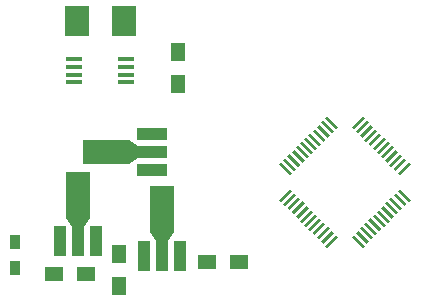
<source format=gtp>
G04 #@! TF.GenerationSoftware,KiCad,Pcbnew,(5.1.10-1-10_14)*
G04 #@! TF.CreationDate,2022-02-17T23:12:15-06:00*
G04 #@! TF.ProjectId,OpenEstim++,4f70656e-4573-4746-996d-2b2b2e6b6963,rev?*
G04 #@! TF.SameCoordinates,Original*
G04 #@! TF.FileFunction,Paste,Top*
G04 #@! TF.FilePolarity,Positive*
%FSLAX46Y46*%
G04 Gerber Fmt 4.6, Leading zero omitted, Abs format (unit mm)*
G04 Created by KiCad (PCBNEW (5.1.10-1-10_14)) date 2022-02-17 23:12:15*
%MOMM*%
%LPD*%
G01*
G04 APERTURE LIST*
%ADD10R,1.500000X1.300000*%
%ADD11R,1.450000X0.450000*%
%ADD12R,1.300000X1.500000*%
%ADD13R,0.900000X1.200000*%
%ADD14R,2.000000X2.500000*%
%ADD15R,1.000000X2.500000*%
%ADD16R,2.000000X4.000000*%
%ADD17C,0.100000*%
%ADD18R,2.500000X1.000000*%
%ADD19R,4.000000X2.000000*%
G04 APERTURE END LIST*
D10*
X61050000Y-53650000D03*
X58350000Y-53650000D03*
D11*
X60050000Y-35475000D03*
X60050000Y-36125000D03*
X60050000Y-36775000D03*
X60050000Y-37425000D03*
X64450000Y-37425000D03*
X64450000Y-36775000D03*
X64450000Y-36125000D03*
X64450000Y-35475000D03*
D10*
X73950000Y-52600000D03*
X71250000Y-52600000D03*
D12*
X68850000Y-37550000D03*
X68850000Y-34850000D03*
X63800000Y-54650000D03*
X63800000Y-51950000D03*
D13*
X55050000Y-50950000D03*
X55050000Y-53150000D03*
D14*
X64250000Y-32250000D03*
X60250000Y-32250000D03*
D15*
X65950000Y-52080000D03*
X67450000Y-52080000D03*
X68950000Y-52080000D03*
D16*
X67450000Y-48120000D03*
D17*
G36*
X68450000Y-50095000D02*
G01*
X67950000Y-50845000D01*
X66950000Y-50845000D01*
X66450000Y-50095000D01*
X68450000Y-50095000D01*
G37*
D18*
X66660000Y-44800000D03*
X66660000Y-43300000D03*
X66660000Y-41800000D03*
D19*
X62700000Y-43300000D03*
D17*
G36*
X64675000Y-42300000D02*
G01*
X65425000Y-42800000D01*
X65425000Y-43800000D01*
X64675000Y-44300000D01*
X64675000Y-42300000D01*
G37*
D15*
X58850000Y-50880000D03*
X60350000Y-50880000D03*
X61850000Y-50880000D03*
D16*
X60350000Y-46920000D03*
D17*
G36*
X61350000Y-48895000D02*
G01*
X60850000Y-49645000D01*
X59850000Y-49645000D01*
X59350000Y-48895000D01*
X61350000Y-48895000D01*
G37*
G36*
X81270621Y-40458311D02*
G01*
X81447398Y-40281534D01*
X82366637Y-41200773D01*
X82189860Y-41377550D01*
X81270621Y-40458311D01*
G37*
G36*
X80917068Y-40811864D02*
G01*
X81093845Y-40635087D01*
X82013084Y-41554326D01*
X81836307Y-41731103D01*
X80917068Y-40811864D01*
G37*
G36*
X80563514Y-41165418D02*
G01*
X80740291Y-40988641D01*
X81659530Y-41907880D01*
X81482753Y-42084657D01*
X80563514Y-41165418D01*
G37*
G36*
X80209961Y-41518971D02*
G01*
X80386738Y-41342194D01*
X81305977Y-42261433D01*
X81129200Y-42438210D01*
X80209961Y-41518971D01*
G37*
G36*
X79856408Y-41872524D02*
G01*
X80033185Y-41695747D01*
X80952424Y-42614986D01*
X80775647Y-42791763D01*
X79856408Y-41872524D01*
G37*
G36*
X79502854Y-42226078D02*
G01*
X79679631Y-42049301D01*
X80598870Y-42968540D01*
X80422093Y-43145317D01*
X79502854Y-42226078D01*
G37*
G36*
X79149301Y-42579631D02*
G01*
X79326078Y-42402854D01*
X80245317Y-43322093D01*
X80068540Y-43498870D01*
X79149301Y-42579631D01*
G37*
G36*
X78795747Y-42933185D02*
G01*
X78972524Y-42756408D01*
X79891763Y-43675647D01*
X79714986Y-43852424D01*
X78795747Y-42933185D01*
G37*
G36*
X78442194Y-43286738D02*
G01*
X78618971Y-43109961D01*
X79538210Y-44029200D01*
X79361433Y-44205977D01*
X78442194Y-43286738D01*
G37*
G36*
X78088641Y-43640291D02*
G01*
X78265418Y-43463514D01*
X79184657Y-44382753D01*
X79007880Y-44559530D01*
X78088641Y-43640291D01*
G37*
G36*
X77735087Y-43993845D02*
G01*
X77911864Y-43817068D01*
X78831103Y-44736307D01*
X78654326Y-44913084D01*
X77735087Y-43993845D01*
G37*
G36*
X77381534Y-44347398D02*
G01*
X77558311Y-44170621D01*
X78477550Y-45089860D01*
X78300773Y-45266637D01*
X77381534Y-44347398D01*
G37*
G36*
X77558311Y-47529379D02*
G01*
X77381534Y-47352602D01*
X78300773Y-46433363D01*
X78477550Y-46610140D01*
X77558311Y-47529379D01*
G37*
G36*
X77911864Y-47882932D02*
G01*
X77735087Y-47706155D01*
X78654326Y-46786916D01*
X78831103Y-46963693D01*
X77911864Y-47882932D01*
G37*
G36*
X78265418Y-48236486D02*
G01*
X78088641Y-48059709D01*
X79007880Y-47140470D01*
X79184657Y-47317247D01*
X78265418Y-48236486D01*
G37*
G36*
X78618971Y-48590039D02*
G01*
X78442194Y-48413262D01*
X79361433Y-47494023D01*
X79538210Y-47670800D01*
X78618971Y-48590039D01*
G37*
G36*
X78972524Y-48943592D02*
G01*
X78795747Y-48766815D01*
X79714986Y-47847576D01*
X79891763Y-48024353D01*
X78972524Y-48943592D01*
G37*
G36*
X79326078Y-49297146D02*
G01*
X79149301Y-49120369D01*
X80068540Y-48201130D01*
X80245317Y-48377907D01*
X79326078Y-49297146D01*
G37*
G36*
X79679631Y-49650699D02*
G01*
X79502854Y-49473922D01*
X80422093Y-48554683D01*
X80598870Y-48731460D01*
X79679631Y-49650699D01*
G37*
G36*
X80033185Y-50004253D02*
G01*
X79856408Y-49827476D01*
X80775647Y-48908237D01*
X80952424Y-49085014D01*
X80033185Y-50004253D01*
G37*
G36*
X80386738Y-50357806D02*
G01*
X80209961Y-50181029D01*
X81129200Y-49261790D01*
X81305977Y-49438567D01*
X80386738Y-50357806D01*
G37*
G36*
X80740291Y-50711359D02*
G01*
X80563514Y-50534582D01*
X81482753Y-49615343D01*
X81659530Y-49792120D01*
X80740291Y-50711359D01*
G37*
G36*
X81093845Y-51064913D02*
G01*
X80917068Y-50888136D01*
X81836307Y-49968897D01*
X82013084Y-50145674D01*
X81093845Y-51064913D01*
G37*
G36*
X81447398Y-51418466D02*
G01*
X81270621Y-51241689D01*
X82189860Y-50322450D01*
X82366637Y-50499227D01*
X81447398Y-51418466D01*
G37*
G36*
X83533363Y-50499227D02*
G01*
X83710140Y-50322450D01*
X84629379Y-51241689D01*
X84452602Y-51418466D01*
X83533363Y-50499227D01*
G37*
G36*
X83886916Y-50145674D02*
G01*
X84063693Y-49968897D01*
X84982932Y-50888136D01*
X84806155Y-51064913D01*
X83886916Y-50145674D01*
G37*
G36*
X84240470Y-49792120D02*
G01*
X84417247Y-49615343D01*
X85336486Y-50534582D01*
X85159709Y-50711359D01*
X84240470Y-49792120D01*
G37*
G36*
X84594023Y-49438567D02*
G01*
X84770800Y-49261790D01*
X85690039Y-50181029D01*
X85513262Y-50357806D01*
X84594023Y-49438567D01*
G37*
G36*
X84947576Y-49085014D02*
G01*
X85124353Y-48908237D01*
X86043592Y-49827476D01*
X85866815Y-50004253D01*
X84947576Y-49085014D01*
G37*
G36*
X85301130Y-48731460D02*
G01*
X85477907Y-48554683D01*
X86397146Y-49473922D01*
X86220369Y-49650699D01*
X85301130Y-48731460D01*
G37*
G36*
X85654683Y-48377907D02*
G01*
X85831460Y-48201130D01*
X86750699Y-49120369D01*
X86573922Y-49297146D01*
X85654683Y-48377907D01*
G37*
G36*
X86008237Y-48024353D02*
G01*
X86185014Y-47847576D01*
X87104253Y-48766815D01*
X86927476Y-48943592D01*
X86008237Y-48024353D01*
G37*
G36*
X86361790Y-47670800D02*
G01*
X86538567Y-47494023D01*
X87457806Y-48413262D01*
X87281029Y-48590039D01*
X86361790Y-47670800D01*
G37*
G36*
X86715343Y-47317247D02*
G01*
X86892120Y-47140470D01*
X87811359Y-48059709D01*
X87634582Y-48236486D01*
X86715343Y-47317247D01*
G37*
G36*
X87068897Y-46963693D02*
G01*
X87245674Y-46786916D01*
X88164913Y-47706155D01*
X87988136Y-47882932D01*
X87068897Y-46963693D01*
G37*
G36*
X87422450Y-46610140D02*
G01*
X87599227Y-46433363D01*
X88518466Y-47352602D01*
X88341689Y-47529379D01*
X87422450Y-46610140D01*
G37*
G36*
X87599227Y-45266637D02*
G01*
X87422450Y-45089860D01*
X88341689Y-44170621D01*
X88518466Y-44347398D01*
X87599227Y-45266637D01*
G37*
G36*
X87245674Y-44913084D02*
G01*
X87068897Y-44736307D01*
X87988136Y-43817068D01*
X88164913Y-43993845D01*
X87245674Y-44913084D01*
G37*
G36*
X86892120Y-44559530D02*
G01*
X86715343Y-44382753D01*
X87634582Y-43463514D01*
X87811359Y-43640291D01*
X86892120Y-44559530D01*
G37*
G36*
X86538567Y-44205977D02*
G01*
X86361790Y-44029200D01*
X87281029Y-43109961D01*
X87457806Y-43286738D01*
X86538567Y-44205977D01*
G37*
G36*
X86185014Y-43852424D02*
G01*
X86008237Y-43675647D01*
X86927476Y-42756408D01*
X87104253Y-42933185D01*
X86185014Y-43852424D01*
G37*
G36*
X85831460Y-43498870D02*
G01*
X85654683Y-43322093D01*
X86573922Y-42402854D01*
X86750699Y-42579631D01*
X85831460Y-43498870D01*
G37*
G36*
X85477907Y-43145317D02*
G01*
X85301130Y-42968540D01*
X86220369Y-42049301D01*
X86397146Y-42226078D01*
X85477907Y-43145317D01*
G37*
G36*
X85124353Y-42791763D02*
G01*
X84947576Y-42614986D01*
X85866815Y-41695747D01*
X86043592Y-41872524D01*
X85124353Y-42791763D01*
G37*
G36*
X84770800Y-42438210D02*
G01*
X84594023Y-42261433D01*
X85513262Y-41342194D01*
X85690039Y-41518971D01*
X84770800Y-42438210D01*
G37*
G36*
X84417247Y-42084657D02*
G01*
X84240470Y-41907880D01*
X85159709Y-40988641D01*
X85336486Y-41165418D01*
X84417247Y-42084657D01*
G37*
G36*
X84063693Y-41731103D02*
G01*
X83886916Y-41554326D01*
X84806155Y-40635087D01*
X84982932Y-40811864D01*
X84063693Y-41731103D01*
G37*
G36*
X83710140Y-41377550D02*
G01*
X83533363Y-41200773D01*
X84452602Y-40281534D01*
X84629379Y-40458311D01*
X83710140Y-41377550D01*
G37*
M02*

</source>
